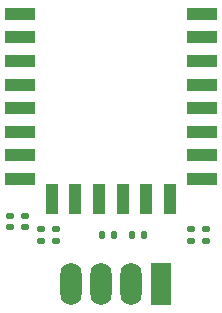
<source format=gbr>
%TF.GenerationSoftware,KiCad,Pcbnew,6.0.5-a6ca702e91~116~ubuntu20.04.1*%
%TF.CreationDate,2022-06-07T16:18:29-07:00*%
%TF.ProjectId,esp8266-dongle,65737038-3236-4362-9d64-6f6e676c652e,rev?*%
%TF.SameCoordinates,Original*%
%TF.FileFunction,Soldermask,Top*%
%TF.FilePolarity,Negative*%
%FSLAX46Y46*%
G04 Gerber Fmt 4.6, Leading zero omitted, Abs format (unit mm)*
G04 Created by KiCad (PCBNEW 6.0.5-a6ca702e91~116~ubuntu20.04.1) date 2022-06-07 16:18:29*
%MOMM*%
%LPD*%
G01*
G04 APERTURE LIST*
G04 Aperture macros list*
%AMRoundRect*
0 Rectangle with rounded corners*
0 $1 Rounding radius*
0 $2 $3 $4 $5 $6 $7 $8 $9 X,Y pos of 4 corners*
0 Add a 4 corners polygon primitive as box body*
4,1,4,$2,$3,$4,$5,$6,$7,$8,$9,$2,$3,0*
0 Add four circle primitives for the rounded corners*
1,1,$1+$1,$2,$3*
1,1,$1+$1,$4,$5*
1,1,$1+$1,$6,$7*
1,1,$1+$1,$8,$9*
0 Add four rect primitives between the rounded corners*
20,1,$1+$1,$2,$3,$4,$5,0*
20,1,$1+$1,$4,$5,$6,$7,0*
20,1,$1+$1,$6,$7,$8,$9,0*
20,1,$1+$1,$8,$9,$2,$3,0*%
G04 Aperture macros list end*
%ADD10RoundRect,0.135000X0.185000X-0.135000X0.185000X0.135000X-0.185000X0.135000X-0.185000X-0.135000X0*%
%ADD11RoundRect,0.135000X-0.185000X0.135000X-0.185000X-0.135000X0.185000X-0.135000X0.185000X0.135000X0*%
%ADD12RoundRect,0.135000X-0.135000X-0.185000X0.135000X-0.185000X0.135000X0.185000X-0.135000X0.185000X0*%
%ADD13R,2.500000X1.100000*%
%ADD14R,1.100000X2.500000*%
%ADD15R,1.800000X3.600000*%
%ADD16O,1.800000X3.600000*%
%ADD17RoundRect,0.140000X-0.170000X0.140000X-0.170000X-0.140000X0.170000X-0.140000X0.170000X0.140000X0*%
%ADD18RoundRect,0.135000X0.135000X0.185000X-0.135000X0.185000X-0.135000X-0.185000X0.135000X-0.185000X0*%
G04 APERTURE END LIST*
D10*
%TO.C,R2*%
X122555000Y-98300000D03*
X122555000Y-97280000D03*
%TD*%
D11*
%TO.C,R1*%
X123825000Y-97280000D03*
X123825000Y-98300000D03*
%TD*%
D12*
%TO.C,R4*%
X117600000Y-97790000D03*
X118620000Y-97790000D03*
%TD*%
D13*
%TO.C,U1*%
X108090000Y-79060000D03*
X108090000Y-81060000D03*
X108090000Y-83060000D03*
X108090000Y-85060000D03*
X108090000Y-87060000D03*
X108090000Y-89060000D03*
X108090000Y-91060000D03*
X108090000Y-93060000D03*
X123490000Y-93060000D03*
X123490000Y-91060000D03*
X123490000Y-89060000D03*
X123490000Y-87060000D03*
X123490000Y-85060000D03*
X123490000Y-83060000D03*
X123490000Y-81060000D03*
X123490000Y-79060000D03*
D14*
X110780000Y-94760000D03*
X112780000Y-94760000D03*
X114780000Y-94760000D03*
X116780000Y-94760000D03*
X118780000Y-94760000D03*
X120780000Y-94760000D03*
%TD*%
D15*
%TO.C,J1*%
X120005000Y-101970000D03*
D16*
X117465000Y-101970000D03*
X114925000Y-101970000D03*
X112385000Y-101970000D03*
%TD*%
D17*
%TO.C,C1*%
X107215000Y-96195000D03*
X107215000Y-97155000D03*
%TD*%
D10*
%TO.C,R5*%
X111125000Y-98300000D03*
X111125000Y-97280000D03*
%TD*%
D17*
%TO.C,C2*%
X108485000Y-96195000D03*
X108485000Y-97155000D03*
%TD*%
D18*
%TO.C,R3*%
X116080000Y-97790000D03*
X115060000Y-97790000D03*
%TD*%
D10*
%TO.C,R6*%
X109855000Y-98300000D03*
X109855000Y-97280000D03*
%TD*%
M02*

</source>
